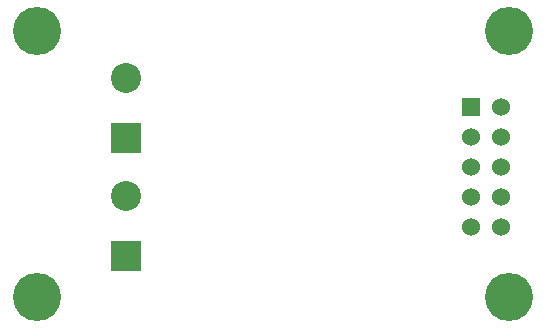
<source format=gts>
G04 (created by PCBNEW (2013-mar-13)-testing) date Thu 04 Apr 2013 08:37:25 PM CEST*
%MOIN*%
G04 Gerber Fmt 3.4, Leading zero omitted, Abs format*
%FSLAX34Y34*%
G01*
G70*
G90*
G04 APERTURE LIST*
%ADD10C,0.006*%
%ADD11R,0.06X0.06*%
%ADD12C,0.06*%
%ADD13R,0.1X0.1*%
%ADD14C,0.1*%
%ADD15C,0.16*%
G04 APERTURE END LIST*
G54D10*
G54D11*
X49696Y-46622D03*
G54D12*
X50696Y-46622D03*
X49696Y-47622D03*
X50696Y-47622D03*
X49696Y-48622D03*
X50696Y-48622D03*
X49696Y-49622D03*
X50696Y-49622D03*
X49696Y-50622D03*
X50696Y-50622D03*
G54D13*
X38188Y-51590D03*
G54D14*
X38188Y-49590D03*
G54D13*
X38188Y-47653D03*
G54D14*
X38188Y-45653D03*
G54D15*
X35236Y-52952D03*
X50984Y-52952D03*
X35236Y-44094D03*
X50984Y-44094D03*
M02*

</source>
